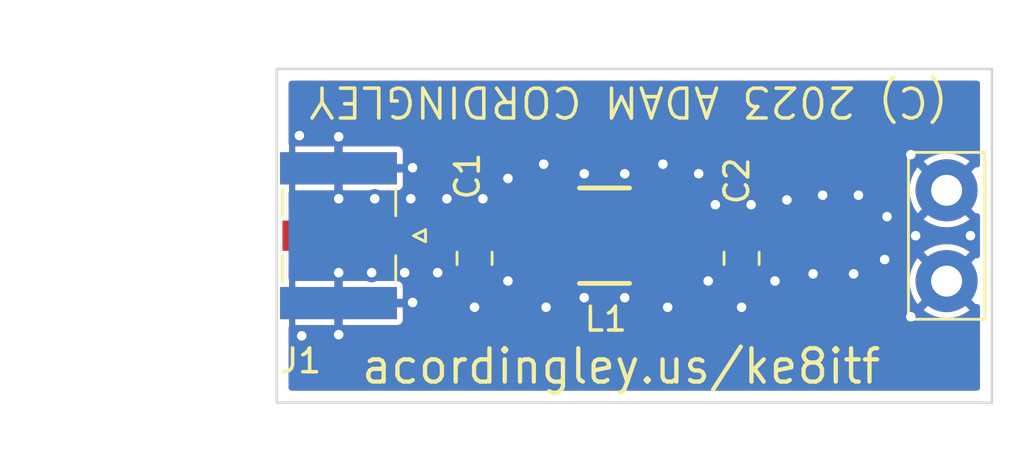
<source format=kicad_pcb>
(kicad_pcb (version 20221018) (generator pcbnew)
  (layers (0 "F.Cu" signal) (31 "B.Cu" signal) (34 "B.Paste" user) (35 "F.Paste" user) (36 "B.SilkS" user "B.Silkscreen") (37 "F.SilkS" user "F.Silkscreen") (38 "B.Mask" user) (39 "F.Mask" user) (44 "Edge.Cuts" user))
  (net 0 "")
  (net 1 "/RF_50_SE")
  (net 2 "GND")
  (net 3 "/RF_75_SE")
  (footprint "Capacitor_SMD:C_0805_2012Metric" (layer "F.Cu") (at 144.5 80.95 90)
    (fp_text reference "C2" (at 3.25 -0.2 90) (layer "F.SilkS"))
    (fp_text value "18pF")
    (fp_line (start -0.261252 -0.735) (end 0.261252 -0.735) (stroke (width 0.12)) (layer "F.SilkS"))
    (fp_line (start -0.261252 0.735) (end 0.261252 0.735) (stroke (width 0.12)) (layer "F.SilkS"))
    (pad "1" smd roundrect (at -0.95 0 90) (size 1 1.45) (layers "F.Cu" "F.Paste" "F.Mask") (net 2 "GND"))
    (pad "2" smd roundrect (at 0.95 0 90) (size 1 1.45) (layers "F.Cu" "F.Paste" "F.Mask") (net 3 "/RF_75_SE"))
  )
  (footprint "Repowered_Connectors:SMA_Amphenol_132384_EdgeMount" (layer "F.Cu") (at 127.2425 80 -90)
    (fp_text reference "J1" (at 5.25 1.2425) (layer "F.SilkS"))
    (fp_text value "Conn_Coaxial")
    (fp_line (start -1.95 -2.75) (end -0.84 -2.75) (stroke (width 0.12)) (layer "F.SilkS"))
    (fp_line (start -1.95 2) (end -0.84 2) (stroke (width 0.12)) (layer "F.SilkS"))
    (fp_line (start -0.25 -4) (end 0 -3.5) (stroke (width 0.12)) (layer "F.SilkS"))
    (fp_line (start 0 -3.5) (end 0.25 -4) (stroke (width 0.12)) (layer "F.SilkS"))
    (fp_line (start 0.25 -4) (end -0.25 -4) (stroke (width 0.12)) (layer "F.SilkS"))
    (fp_line (start 0.84 -2.75) (end 1.95 -2.75) (stroke (width 0.12)) (layer "F.SilkS"))
    (fp_line (start 0.84 2) (end 1.95 2) (stroke (width 0.12)) (layer "F.SilkS"))
    (pad "1" smd rect (at 0 -0.6 270) (size 1.27 5.2) (layers "F.Cu" "F.Paste" "F.Mask") (net 1 "/RF_50_SE"))
    (pad "2" smd rect (at -2.825 -0.35 270) (size 1.35 4.9) (layers "F.Cu" "F.Paste" "F.Mask") (net 2 "GND"))
    (pad "2" smd rect (at -2.825 -0.35 270) (size 1.35 4.9) (layers "B.Cu" "B.Paste" "B.Mask") (net 2 "GND"))
    (pad "2" smd rect (at 2.825 -0.35 270) (size 1.35 4.9) (layers "F.Cu" "F.Paste" "F.Mask") (net 2 "GND"))
    (pad "2" smd rect (at 2.825 -0.35 270) (size 1.35 4.9) (layers "B.Cu" "B.Paste" "B.Mask") (net 2 "GND"))
  )
  (footprint "Repowered_Inductors_SMD:L_Coilcraft_1515SQ-68N" (layer "F.Cu") (at 138.75 80)
    (fp_text reference "L1" (at 0.05 3.5) (layer "F.SilkS"))
    (fp_text value "68nH")
    (fp_line (start -1.05 -2) (end 1.05 -2) (stroke (width 0.2)) (layer "F.SilkS"))
    (fp_line (start -1.05 2) (end 1.05 2) (stroke (width 0.2)) (layer "F.SilkS"))
    (pad "1" smd roundrect (at -2.4 0) (size 1.78 4.45) (layers "F.Cu" "F.Paste" "F.Mask") (roundrect_rratio 0.05) (net 1 "/RF_50_SE"))
    (pad "2" smd roundrect (at 2.4 0) (size 1.78 4.45) (layers "F.Cu" "F.Paste" "F.Mask") (roundrect_rratio 0.05) (net 3 "/RF_75_SE"))
  )
  (footprint "TestPoint:TestPoint_Bridge_Pitch3.81mm_Drill1.3mm" (layer "F.Cu") (at 153.1 81.905 90)
    (fp_text reference "TP2" hide)
    (fp_text value "TestPoint")
    (fp_line (start -1.6 -1.6) (end 5.4 -1.6) (stroke (width 0.12)) (layer "F.SilkS"))
    (fp_line (start -1.6 1.6) (end -1.6 -1.6) (stroke (width 0.12)) (layer "F.SilkS"))
    (fp_line (start 5.4 -1.6) (end 5.4 1.6) (stroke (width 0.12)) (layer "F.SilkS"))
    (fp_line (start 5.4 1.6) (end -1.6 1.6) (stroke (width 0.12)) (layer "F.SilkS"))
    (pad "1" thru_hole circle (at 0 0 90) (size 2.6 2.6) (drill 1.3) (layers "*.Cu" "*.Mask") (net 2 "GND"))
    (pad "1" thru_hole circle (at 3.81 0 90) (size 2.6 2.6) (drill 1.3) (layers "*.Cu" "*.Mask") (net 2 "GND"))
  )
  (footprint "Capacitor_SMD:C_0805_2012Metric" (layer "F.Cu") (at 133.3 80.95 90)
    (fp_text reference "C1" (at 3.45 -0.3 90) (layer "F.SilkS"))
    (fp_text value "18pF")
    (fp_line (start -0.261252 -0.735) (end 0.261252 -0.735) (stroke (width 0.12)) (layer "F.SilkS"))
    (fp_line (start -0.261252 0.735) (end 0.261252 0.735) (stroke (width 0.12)) (layer "F.SilkS"))
    (pad "1" smd roundrect (at -0.95 0 90) (size 1 1.45) (layers "F.Cu" "F.Paste" "F.Mask") (net 2 "GND"))
    (pad "2" smd roundrect (at 0.95 0 90) (size 1 1.45) (layers "F.Cu" "F.Paste" "F.Mask") (net 1 "/RF_50_SE"))
  )
  (gr_line (start 125 87) (end 155 87) (stroke (width 0.1)) (layer "Edge.Cuts"))
  (gr_line (start 125 73) (end 125 87) (stroke (width 0.1)) (layer "Edge.Cuts"))
  (gr_line (start 155 73) (end 155 87) (stroke (width 0.1)) (layer "Edge.Cuts"))
  (gr_line (start 125 73) (end 155 73) (stroke (width 0.1)) (layer "Edge.Cuts"))
  (gr_text "(C) 2023 ADAM CORDINGLEY" (at 153.25 73.65 180) (layer "F.SilkS") (effects (font (size 1.25 1.25)) (justify left bottom)))
  (gr_text "acordingley.us/ke8itf" (at 139.45 86.3) (layer "F.SilkS") (effects (font (size 1.4 1.35) (thickness 0.18)) (justify bottom)))
  (segment (start 125.65 75.9) (end 125.65 76.8) (width 0.25) (layer "F.Cu") (net 2))
  (segment (start 127.5925 82.825) (end 125.975 82.825) (width 0.25) (layer "F.Cu") (net 2))
  (segment (start 125.975 82.825) (end 125.65 83.15) (width 0.25) (layer "F.Cu") (net 2))
  (segment (start 125.65 83.15) (end 125.65 84.05) (width 0.25) (layer "F.Cu") (net 2))
  (segment (start 125.65 77.6) (end 125.65 78.5) (width 0.25) (layer "F.Cu") (net 2))
  (segment (start 125.65 81.6) (end 125.65 82.5) (width 0.25) (layer "F.Cu") (net 2))
  (via (at 149.4 78.3) (size 0.8) (drill 0.4) (layers "F.Cu" "B.Cu") (net 2))
  (via (at 125.95 75.8) (size 0.8) (drill 0.4) (layers "F.Cu" "B.Cu") (net 2))
  (via (at 127.6 81.55) (size 0.8) (drill 0.4) (layers "F.Cu" "B.Cu") (net 2))
  (via (at 147.9 78.3) (size 0.8) (drill 0.4) (layers "F.Cu" "B.Cu") (net 2))
  (via (at 137.9 77.4) (size 0.8) (drill 0.4) (layers "F.Cu" "B.Cu") (net 2))
  (via (at 139.6 82.6) (size 0.8) (drill 0.4) (layers "F.Cu" "B.Cu") (net 2))
  (via (at 150.5 81) (size 0.8) (drill 0.4) (layers "F.Cu" "B.Cu") (net 2))
  (via (at 144.9 78.7) (size 0.8) (drill 0.4) (layers "F.Cu" "B.Cu") (net 2))
  (via (at 130.366666 81.55) (size 0.8) (drill 0.4) (layers "F.Cu" "B.Cu") (net 2))
  (via (at 134.7 77.6) (size 0.8) (drill 0.4) (layers "F.Cu" "B.Cu") (net 2))
  (via (at 130.625 78.45) (size 0.8) (drill 0.4) (layers "F.Cu" "B.Cu") (net 2))
  (via (at 127.6 75.85) (size 0.8) (drill 0.4) (layers "F.Cu" "B.Cu") (net 2))
  (via (at 143.1 81.9) (size 0.8) (drill 0.4) (layers "F.Cu" "B.Cu") (net 2))
  (via (at 146.4 78.5) (size 0.8) (drill 0.4) (layers "F.Cu" "B.Cu") (net 2))
  (via (at 143.4 78.7) (size 0.8) (drill 0.4) (layers "F.Cu" "B.Cu") (net 2))
  (via (at 127.6 84.15) (size 0.8) (drill 0.4) (layers "F.Cu" "B.Cu") (net 2))
  (via (at 145.9 81.9) (size 0.8) (drill 0.4) (layers "F.Cu" "B.Cu") (net 2))
  (via (at 130.7 77.15) (size 0.8) (drill 0.4) (layers "F.Cu" "B.Cu") (net 2))
  (via (at 136.2 77) (size 0.8) (drill 0.4) (layers "F.Cu" "B.Cu") (net 2))
  (via (at 134.7 81.9) (size 0.8) (drill 0.4) (layers "F.Cu" "B.Cu") (net 2))
  (via (at 141.4 83) (size 0.8) (drill 0.4) (layers "F.Cu" "B.Cu") (net 2))
  (via (at 137.9 82.6) (size 0.8) (drill 0.4) (layers "F.Cu" "B.Cu") (net 2))
  (via (at 133.65 78.45) (size 0.8) (drill 0.4) (layers "F.Cu" "B.Cu") (net 2))
  (via (at 139.6 77.4) (size 0.8) (drill 0.4) (layers "F.Cu" "B.Cu") (net 2))
  (via (at 141.2 77) (size 0.8) (drill 0.4) (layers "F.Cu" "B.Cu") (net 2))
  (via (at 126.05 84.2) (size 0.8) (drill 0.4) (layers "F.Cu" "B.Cu") (net 2))
  (via (at 149.2 81.6) (size 0.8) (drill 0.4) (layers "F.Cu" "B.Cu") (net 2))
  (via (at 151.6 76.6) (size 0.8) (drill 0.4) (layers "F.Cu" "B.Cu") (net 2))
  (via (at 131.75 81.55) (size 0.8) (drill 0.4) (layers "F.Cu" "B.Cu") (net 2))
  (via (at 133.3 83) (size 0.8) (drill 0.4) (layers "F.Cu" "B.Cu") (net 2))
  (via (at 151.8 80) (size 0.8) (drill 0.4) (layers "F.Cu" "B.Cu") (net 2))
  (via (at 130.7 82.8) (size 0.8) (drill 0.4) (layers "F.Cu" "B.Cu") (net 2))
  (via (at 127.6 78.45) (size 0.8) (drill 0.4) (layers "F.Cu" "B.Cu") (net 2))
  (via (at 129.1125 78.45) (size 0.8) (drill 0.4) (layers "F.Cu" "B.Cu") (net 2))
  (via (at 147.5 81.6) (size 0.8) (drill 0.4) (layers "F.Cu" "B.Cu") (net 2))
  (via (at 151.6 83.4) (size 0.8) (drill 0.4) (layers "F.Cu" "B.Cu") (net 2))
  (via (at 150.6 79.2) (size 0.8) (drill 0.4) (layers "F.Cu" "B.Cu") (net 2))
  (via (at 154.1 80) (size 0.8) (drill 0.4) (layers "F.Cu" "B.Cu") (net 2))
  (via (at 132.1375 78.45) (size 0.8) (drill 0.4) (layers "F.Cu" "B.Cu") (net 2))
  (via (at 128.983333 81.55) (size 0.8) (drill 0.4) (layers "F.Cu" "B.Cu") (net 2))
  (via (at 142.7 77.4) (size 0.8) (drill 0.4) (layers "F.Cu" "B.Cu") (net 2))
  (via (at 144.5 83) (size 0.8) (drill 0.4) (layers "F.Cu" "B.Cu") (net 2))
  (via (at 136.3 83) (size 0.8) (drill 0.4) (layers "F.Cu" "B.Cu") (net 2))
  (segment (start 125.65 81.6) (end 125.65 82.5) (width 0.25) (layer "B.Cu") (net 2))
  (segment (start 125.65 77.6) (end 125.65 78.5) (width 0.25) (layer "B.Cu") (net 2))
  (segment (start 125.65 75.9) (end 125.65 76.8) (width 0.25) (layer "B.Cu") (net 2))
  (segment (start 125.65 83.15) (end 125.65 84.05) (width 0.25) (layer "B.Cu") (net 2))
  (zone (net 3) (net_name "/RF_75_SE") (layer "F.Cu") (priority 2) (connect_pads yes (clearance 0.25)) (min_thickness 0.25) (fill yes (thermal_gap 0.5) (thermal_bridge_width 0.5))
    (polygon (pts (xy 140.3 79.6) (xy 140.3 80.3) (xy 147.2 80.3) (xy 147.2 79.6)))
  )
  (zone (net 0) (net_name "") (layer "F.Cu") (connect_pads thru_hole_only (clearance 0)) (min_thickness 0.25)
    (keepout (tracks allowed) (vias allowed) (pads allowed) (copperpour not_allowed) (footprints allowed))
    (fill (thermal_gap 0.3) (thermal_bridge_width 0.4))
    (polygon (pts (xy 137.25 77.8) (xy 140.25 77.8) (xy 140.25 82.2) (xy 137.25 82.2)))
  )
  (zone (net 1) (net_name "/RF_50_SE") (layer "F.Cu") (priority 2) (connect_pads yes (clearance 0.25)) (min_thickness 0.25) (fill yes (thermal_gap 0.5) (thermal_bridge_width 0.5))
    (polygon (pts (xy 125.5 79.2) (xy 137 79.2) (xy 137 80.8) (xy 125.5 80.8)))
  )
  (zone (net 3) (net_name "/RF_75_SE") (layer "F.Cu") (priority 2) (connect_pads thru_hole_only (clearance 0.35)) (min_thickness 0.25) (fill yes (thermal_gap 0.5) (thermal_bridge_width 0.5) (smoothing fillet) (radius 0.35))
    (polygon (pts (xy 146.8 79.1) (xy 149.8 79.1) (xy 149.8 80.8) (xy 146.8 80.8)))
  )
  (zone (net 0) (net_name "") (layer "F.Cu") (connect_pads yes (clearance 0)) (min_thickness 0.25)
    (keepout (tracks allowed) (vias allowed) (pads allowed) (copperpour not_allowed) (footprints allowed))
    (fill (thermal_gap 0.5) (thermal_bridge_width 0.5))
    (polygon (pts (xy 142.1 79.6) (xy 142.1 77.8) (xy 142.6 77.8) (xy 142.6 79.1) (xy 146.8 79.1) (xy 146.8 79.6)))
  )
  (zone (net 0) (net_name "") (layer "F.Cu") (connect_pads yes (clearance 0)) (min_thickness 0.25)
    (keepout (tracks allowed) (vias allowed) (pads allowed) (copperpour not_allowed) (footprints allowed))
    (fill (thermal_gap 0.5) (thermal_bridge_width 0.5))
    (polygon (pts (xy 142.1 80.3) (xy 142.1 82.2) (xy 142.6 82.2) (xy 142.6 80.8) (xy 146.8 80.8) (xy 146.8 80.3)))
  )
  (zone (net 2) (net_name "GND") (layers "F&B.Cu") (connect_pads (clearance 0.35)) (min_thickness 0.25) (fill yes (thermal_gap 0.25) (thermal_bridge_width 0.35))
    (polygon (pts (xy 125.5 73.5) (xy 154.5 73.5) (xy 154.5 86.5) (xy 125.5 86.5)))
  )
)
</source>
